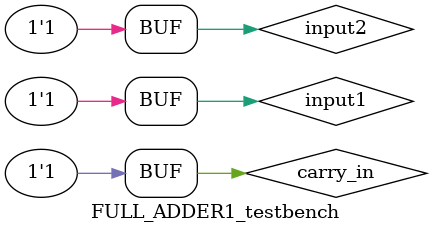
<source format=v>
`define DELAY 20
module FULL_ADDER1_testbench(); 
reg input1, input2, carry_in;
wire sum, carry_out;

FULL_ADDER x (sum, carry_out, input1, input2, carry_in);

initial begin
input1 = 1'b0; input2 = 1'b0; carry_in = 1'b1;
#`DELAY;
input1 = 1'b1; input2 = 1'b0; carry_in = 1'b1;
#`DELAY;
input1 = 1'b0; input2 = 1'b1; carry_in = 1'b1;
#`DELAY;
input1 = 1'b1; input2 = 1'b1; carry_in = 1'b1;
end
 
 
initial
begin
$monitor("time = %2d, input1 =%1b, input2 = %1b, sum=%1b, carry_out=%1b, carry_in=%1b", $time, input1, input2, sum, carry_out,carry_in);
end
 
endmodule
</source>
